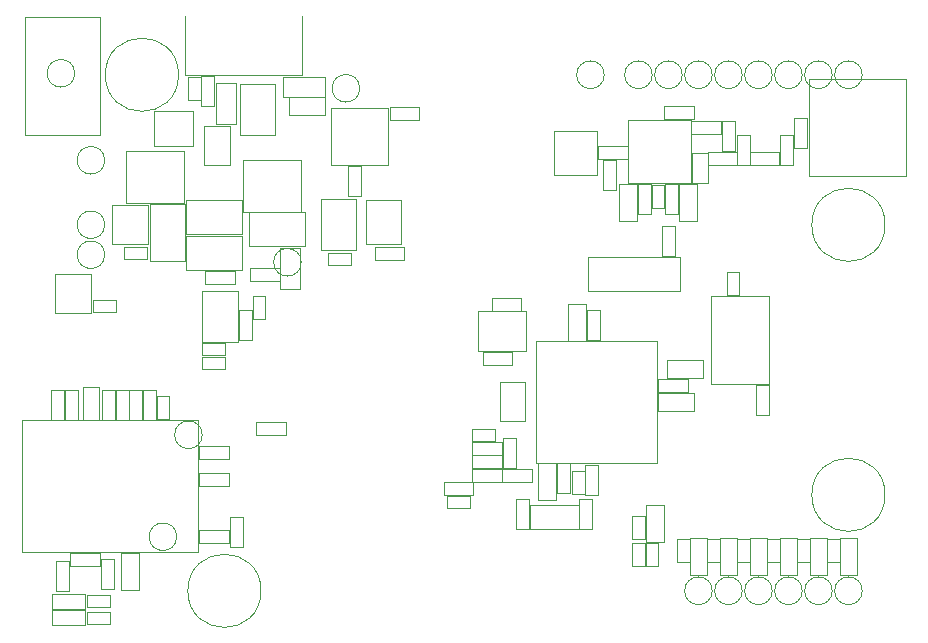
<source format=gbr>
G04 (created by PCBNEW (2013-07-07 BZR 4022)-stable) date 10/26/2016 12:18:13 AM*
%MOIN*%
G04 Gerber Fmt 3.4, Leading zero omitted, Abs format*
%FSLAX34Y34*%
G01*
G70*
G90*
G04 APERTURE LIST*
%ADD10C,0.00590551*%
%ADD11C,0.002*%
%ADD12C,0.0019685*%
G04 APERTURE END LIST*
G54D10*
G54D11*
X83674Y-44375D02*
X83674Y-41124D01*
X83674Y-41124D02*
X86925Y-41124D01*
X86925Y-41124D02*
X86925Y-44375D01*
X86925Y-44375D02*
X83674Y-44375D01*
X86220Y-46000D02*
G75*
G03X86220Y-46000I-1220J0D01*
G74*
G01*
X65420Y-58200D02*
G75*
G03X65420Y-58200I-1220J0D01*
G74*
G01*
X62670Y-41000D02*
G75*
G03X62670Y-41000I-1220J0D01*
G74*
G01*
X86220Y-55000D02*
G75*
G03X86220Y-55000I-1220J0D01*
G74*
G01*
G54D12*
X64835Y-43835D02*
X66764Y-43835D01*
X66764Y-43835D02*
X66764Y-45564D01*
X66764Y-45564D02*
X64835Y-45564D01*
X64835Y-45564D02*
X64835Y-43835D01*
X60935Y-43535D02*
X62864Y-43535D01*
X62864Y-43535D02*
X62864Y-45264D01*
X62864Y-45264D02*
X60935Y-45264D01*
X60935Y-45264D02*
X60935Y-43535D01*
G54D11*
X64342Y-56616D02*
X63357Y-56616D01*
X63357Y-56616D02*
X63357Y-56183D01*
X63357Y-56183D02*
X64342Y-56183D01*
X64342Y-56183D02*
X64342Y-56616D01*
X58448Y-58844D02*
X59551Y-58844D01*
X59551Y-58844D02*
X59551Y-59355D01*
X59551Y-59355D02*
X58448Y-59355D01*
X58448Y-59355D02*
X58448Y-58844D01*
X58448Y-58294D02*
X59551Y-58294D01*
X59551Y-58294D02*
X59551Y-58805D01*
X59551Y-58805D02*
X58448Y-58805D01*
X58448Y-58805D02*
X58448Y-58294D01*
G54D12*
X64584Y-41261D02*
X64584Y-42638D01*
X64584Y-42638D02*
X63915Y-42638D01*
X63915Y-42638D02*
X63915Y-41261D01*
X63915Y-41261D02*
X64584Y-41261D01*
X66161Y-41065D02*
X67538Y-41065D01*
X67538Y-41065D02*
X67538Y-41734D01*
X67538Y-41734D02*
X66161Y-41734D01*
X66161Y-41734D02*
X66161Y-41065D01*
X66734Y-46761D02*
X66734Y-48138D01*
X66734Y-48138D02*
X66065Y-48138D01*
X66065Y-48138D02*
X66065Y-46761D01*
X66065Y-46761D02*
X66734Y-46761D01*
G54D11*
X76628Y-44328D02*
X75171Y-44328D01*
X75171Y-44328D02*
X75171Y-42871D01*
X75171Y-42871D02*
X76628Y-42871D01*
X76628Y-42871D02*
X76628Y-44328D01*
G54D12*
X74257Y-48880D02*
X74257Y-50219D01*
X74257Y-50219D02*
X72642Y-50219D01*
X72642Y-50219D02*
X72642Y-48880D01*
X72642Y-48880D02*
X74257Y-48880D01*
G54D11*
X76007Y-56153D02*
X74392Y-56153D01*
X74392Y-56153D02*
X74392Y-55346D01*
X74392Y-55346D02*
X76007Y-55346D01*
X76007Y-55346D02*
X76007Y-56153D01*
X63503Y-42700D02*
X64396Y-42700D01*
X63503Y-43999D02*
X63503Y-42700D01*
X64396Y-43999D02*
X63503Y-43999D01*
X64396Y-42700D02*
X64396Y-43999D01*
X79743Y-44593D02*
X77656Y-44593D01*
X77656Y-44593D02*
X77656Y-42506D01*
X77656Y-42506D02*
X79743Y-42506D01*
X79743Y-42506D02*
X79743Y-44597D01*
G54D12*
X76304Y-47079D02*
X79395Y-47079D01*
X79395Y-47079D02*
X79395Y-48220D01*
X79395Y-48220D02*
X76304Y-48220D01*
X76304Y-48220D02*
X76304Y-47079D01*
G54D11*
X70080Y-45171D02*
X70080Y-46628D01*
X70080Y-46628D02*
X68919Y-46628D01*
X68919Y-46628D02*
X68919Y-45171D01*
X68919Y-45171D02*
X70080Y-45171D01*
X82366Y-48383D02*
X82366Y-51316D01*
X82366Y-51316D02*
X80433Y-51316D01*
X80433Y-51316D02*
X80433Y-48383D01*
X80433Y-48383D02*
X82366Y-48383D01*
X64644Y-48193D02*
X64644Y-49906D01*
X64644Y-49906D02*
X63455Y-49906D01*
X63455Y-49906D02*
X63455Y-48193D01*
X63455Y-48193D02*
X64644Y-48193D01*
X64705Y-43006D02*
X64705Y-41293D01*
X64705Y-41293D02*
X65894Y-41293D01*
X65894Y-41293D02*
X65894Y-43006D01*
X65894Y-43006D02*
X64705Y-43006D01*
X68594Y-45143D02*
X68594Y-46856D01*
X68594Y-46856D02*
X67405Y-46856D01*
X67405Y-46856D02*
X67405Y-45143D01*
X67405Y-45143D02*
X68594Y-45143D01*
X61850Y-43390D02*
X63149Y-43390D01*
X63149Y-43390D02*
X63149Y-42209D01*
X63149Y-42209D02*
X61850Y-42209D01*
X61850Y-42209D02*
X61850Y-43390D01*
X61640Y-46649D02*
X61640Y-45350D01*
X61640Y-45350D02*
X60459Y-45350D01*
X60459Y-45350D02*
X60459Y-46649D01*
X60459Y-46649D02*
X61640Y-46649D01*
X59740Y-48949D02*
X59740Y-47650D01*
X59740Y-47650D02*
X58559Y-47650D01*
X58559Y-47650D02*
X58559Y-48949D01*
X58559Y-48949D02*
X59740Y-48949D01*
X77266Y-43857D02*
X77266Y-44842D01*
X77266Y-44842D02*
X76833Y-44842D01*
X76833Y-44842D02*
X76833Y-43857D01*
X76833Y-43857D02*
X77266Y-43857D01*
X82733Y-43992D02*
X82733Y-43007D01*
X82733Y-43007D02*
X83166Y-43007D01*
X83166Y-43007D02*
X83166Y-43992D01*
X83166Y-43992D02*
X82733Y-43992D01*
X81283Y-43992D02*
X81283Y-43007D01*
X81283Y-43007D02*
X81716Y-43007D01*
X81716Y-43007D02*
X81716Y-43992D01*
X81716Y-43992D02*
X81283Y-43992D01*
X77642Y-43816D02*
X76657Y-43816D01*
X76657Y-43816D02*
X76657Y-43383D01*
X76657Y-43383D02*
X77642Y-43383D01*
X77642Y-43383D02*
X77642Y-43816D01*
X83616Y-42457D02*
X83616Y-43442D01*
X83616Y-43442D02*
X83183Y-43442D01*
X83183Y-43442D02*
X83183Y-42457D01*
X83183Y-42457D02*
X83616Y-42457D01*
X82692Y-44016D02*
X81707Y-44016D01*
X81707Y-44016D02*
X81707Y-43583D01*
X81707Y-43583D02*
X82692Y-43583D01*
X82692Y-43583D02*
X82692Y-44016D01*
X81460Y-41000D02*
G75*
G03X81460Y-41000I-460J0D01*
G74*
G01*
X83460Y-41000D02*
G75*
G03X83460Y-41000I-460J0D01*
G74*
G01*
X84460Y-41000D02*
G75*
G03X84460Y-41000I-460J0D01*
G74*
G01*
X68710Y-41450D02*
G75*
G03X68710Y-41450I-460J0D01*
G74*
G01*
X85460Y-41000D02*
G75*
G03X85460Y-41000I-460J0D01*
G74*
G01*
X85460Y-58200D02*
G75*
G03X85460Y-58200I-460J0D01*
G74*
G01*
X84460Y-58200D02*
G75*
G03X84460Y-58200I-460J0D01*
G74*
G01*
X83460Y-58200D02*
G75*
G03X83460Y-58200I-460J0D01*
G74*
G01*
X82460Y-58200D02*
G75*
G03X82460Y-58200I-460J0D01*
G74*
G01*
X81460Y-58200D02*
G75*
G03X81460Y-58200I-460J0D01*
G74*
G01*
X80460Y-58200D02*
G75*
G03X80460Y-58200I-460J0D01*
G74*
G01*
X66760Y-47250D02*
G75*
G03X66760Y-47250I-460J0D01*
G74*
G01*
X60210Y-46000D02*
G75*
G03X60210Y-46000I-460J0D01*
G74*
G01*
X80460Y-41000D02*
G75*
G03X80460Y-41000I-460J0D01*
G74*
G01*
X82460Y-41000D02*
G75*
G03X82460Y-41000I-460J0D01*
G74*
G01*
X79460Y-41000D02*
G75*
G03X79460Y-41000I-460J0D01*
G74*
G01*
X63460Y-53000D02*
G75*
G03X63460Y-53000I-460J0D01*
G74*
G01*
X62610Y-56400D02*
G75*
G03X62610Y-56400I-460J0D01*
G74*
G01*
X76860Y-41000D02*
G75*
G03X76860Y-41000I-460J0D01*
G74*
G01*
X78460Y-41000D02*
G75*
G03X78460Y-41000I-460J0D01*
G74*
G01*
X60210Y-47000D02*
G75*
G03X60210Y-47000I-460J0D01*
G74*
G01*
X59210Y-40950D02*
G75*
G03X59210Y-40950I-460J0D01*
G74*
G01*
X60210Y-43850D02*
G75*
G03X60210Y-43850I-460J0D01*
G74*
G01*
X59816Y-48493D02*
X60583Y-48493D01*
X60583Y-48493D02*
X60583Y-48906D01*
X60583Y-48906D02*
X59816Y-48906D01*
X59816Y-48906D02*
X59816Y-48493D01*
G54D12*
X78639Y-51604D02*
X79860Y-51604D01*
X79860Y-51604D02*
X79860Y-52195D01*
X79860Y-52195D02*
X78639Y-52195D01*
X78639Y-52195D02*
X78639Y-51604D01*
G54D11*
X62870Y-45305D02*
X62870Y-47194D01*
X62870Y-47194D02*
X61729Y-47194D01*
X61729Y-47194D02*
X61729Y-45305D01*
X61729Y-45305D02*
X62870Y-45305D01*
X73376Y-52549D02*
X73376Y-51250D01*
X73376Y-51250D02*
X74223Y-51250D01*
X74223Y-51250D02*
X74223Y-52549D01*
X74223Y-52549D02*
X73376Y-52549D01*
X60866Y-46743D02*
X61633Y-46743D01*
X61633Y-46743D02*
X61633Y-47156D01*
X61633Y-47156D02*
X60866Y-47156D01*
X60866Y-47156D02*
X60866Y-46743D01*
X63557Y-47533D02*
X64542Y-47533D01*
X64542Y-47533D02*
X64542Y-47966D01*
X64542Y-47966D02*
X63557Y-47966D01*
X63557Y-47966D02*
X63557Y-47533D01*
X82366Y-51357D02*
X82366Y-52342D01*
X82366Y-52342D02*
X81933Y-52342D01*
X81933Y-52342D02*
X81933Y-51357D01*
X81933Y-51357D02*
X82366Y-51357D01*
X62905Y-45179D02*
X64794Y-45179D01*
X64794Y-45179D02*
X64794Y-46320D01*
X64794Y-46320D02*
X62905Y-46320D01*
X62905Y-46320D02*
X62905Y-45179D01*
G54D12*
X83295Y-56439D02*
X83295Y-57660D01*
X83295Y-57660D02*
X82704Y-57660D01*
X82704Y-57660D02*
X82704Y-56439D01*
X82704Y-56439D02*
X83295Y-56439D01*
X85295Y-56439D02*
X85295Y-57660D01*
X85295Y-57660D02*
X84704Y-57660D01*
X84704Y-57660D02*
X84704Y-56439D01*
X84704Y-56439D02*
X85295Y-56439D01*
X82295Y-56439D02*
X82295Y-57660D01*
X82295Y-57660D02*
X81704Y-57660D01*
X81704Y-57660D02*
X81704Y-56439D01*
X81704Y-56439D02*
X82295Y-56439D01*
X81295Y-56439D02*
X81295Y-57660D01*
X81295Y-57660D02*
X80704Y-57660D01*
X80704Y-57660D02*
X80704Y-56439D01*
X80704Y-56439D02*
X81295Y-56439D01*
X80295Y-56439D02*
X80295Y-57660D01*
X80295Y-57660D02*
X79704Y-57660D01*
X79704Y-57660D02*
X79704Y-56439D01*
X79704Y-56439D02*
X80295Y-56439D01*
X78845Y-55339D02*
X78845Y-56560D01*
X78845Y-56560D02*
X78254Y-56560D01*
X78254Y-56560D02*
X78254Y-55339D01*
X78254Y-55339D02*
X78845Y-55339D01*
X84295Y-56439D02*
X84295Y-57660D01*
X84295Y-57660D02*
X83704Y-57660D01*
X83704Y-57660D02*
X83704Y-56439D01*
X83704Y-56439D02*
X84295Y-56439D01*
X77354Y-45860D02*
X77354Y-44639D01*
X77354Y-44639D02*
X77945Y-44639D01*
X77945Y-44639D02*
X77945Y-45860D01*
X77945Y-45860D02*
X77354Y-45860D01*
X79354Y-45860D02*
X79354Y-44639D01*
X79354Y-44639D02*
X79945Y-44639D01*
X79945Y-44639D02*
X79945Y-45860D01*
X79945Y-45860D02*
X79354Y-45860D01*
X75245Y-53939D02*
X75245Y-55160D01*
X75245Y-55160D02*
X74654Y-55160D01*
X74654Y-55160D02*
X74654Y-53939D01*
X74654Y-53939D02*
X75245Y-53939D01*
X78939Y-50504D02*
X80160Y-50504D01*
X80160Y-50504D02*
X80160Y-51095D01*
X80160Y-51095D02*
X78939Y-51095D01*
X78939Y-51095D02*
X78939Y-50504D01*
X75654Y-49860D02*
X75654Y-48639D01*
X75654Y-48639D02*
X76245Y-48639D01*
X76245Y-48639D02*
X76245Y-49860D01*
X76245Y-49860D02*
X75654Y-49860D01*
X67560Y-42345D02*
X66339Y-42345D01*
X66339Y-42345D02*
X66339Y-41754D01*
X66339Y-41754D02*
X67560Y-41754D01*
X67560Y-41754D02*
X67560Y-42345D01*
X61345Y-56939D02*
X61345Y-58160D01*
X61345Y-58160D02*
X60754Y-58160D01*
X60754Y-58160D02*
X60754Y-56939D01*
X60754Y-56939D02*
X61345Y-56939D01*
G54D11*
X64342Y-54716D02*
X63357Y-54716D01*
X63357Y-54716D02*
X63357Y-54283D01*
X63357Y-54283D02*
X64342Y-54283D01*
X64342Y-54283D02*
X64342Y-54716D01*
G54D12*
X57559Y-43018D02*
X57559Y-39081D01*
X57559Y-39081D02*
X60040Y-39081D01*
X60040Y-39081D02*
X60040Y-43018D01*
X60040Y-43018D02*
X57559Y-43018D01*
G54D11*
X80742Y-42966D02*
X79757Y-42966D01*
X79757Y-42966D02*
X79757Y-42533D01*
X79757Y-42533D02*
X80742Y-42533D01*
X80742Y-42533D02*
X80742Y-42966D01*
X81292Y-44016D02*
X80307Y-44016D01*
X80307Y-44016D02*
X80307Y-43583D01*
X80307Y-43583D02*
X81292Y-43583D01*
X81292Y-43583D02*
X81292Y-44016D01*
X78783Y-47042D02*
X78783Y-46057D01*
X78783Y-46057D02*
X79216Y-46057D01*
X79216Y-46057D02*
X79216Y-47042D01*
X79216Y-47042D02*
X78783Y-47042D01*
X66242Y-53016D02*
X65257Y-53016D01*
X65257Y-53016D02*
X65257Y-52583D01*
X65257Y-52583D02*
X66242Y-52583D01*
X66242Y-52583D02*
X66242Y-53016D01*
X64342Y-53816D02*
X63357Y-53816D01*
X63357Y-53816D02*
X63357Y-53383D01*
X63357Y-53383D02*
X64342Y-53383D01*
X64342Y-53383D02*
X64342Y-53816D01*
X66042Y-47866D02*
X65057Y-47866D01*
X65057Y-47866D02*
X65057Y-47433D01*
X65057Y-47433D02*
X66042Y-47433D01*
X66042Y-47433D02*
X66042Y-47866D01*
X64683Y-49842D02*
X64683Y-48857D01*
X64683Y-48857D02*
X65116Y-48857D01*
X65116Y-48857D02*
X65116Y-49842D01*
X65116Y-49842D02*
X64683Y-49842D01*
X77983Y-45642D02*
X77983Y-44657D01*
X77983Y-44657D02*
X78416Y-44657D01*
X78416Y-44657D02*
X78416Y-45642D01*
X78416Y-45642D02*
X77983Y-45642D01*
X64383Y-56742D02*
X64383Y-55757D01*
X64383Y-55757D02*
X64816Y-55757D01*
X64816Y-55757D02*
X64816Y-56742D01*
X64816Y-56742D02*
X64383Y-56742D01*
X71507Y-54583D02*
X72492Y-54583D01*
X72492Y-54583D02*
X72492Y-55016D01*
X72492Y-55016D02*
X71507Y-55016D01*
X71507Y-55016D02*
X71507Y-54583D01*
X73933Y-56142D02*
X73933Y-55157D01*
X73933Y-55157D02*
X74366Y-55157D01*
X74366Y-55157D02*
X74366Y-56142D01*
X74366Y-56142D02*
X73933Y-56142D01*
X76033Y-56142D02*
X76033Y-55157D01*
X76033Y-55157D02*
X76466Y-55157D01*
X76466Y-55157D02*
X76466Y-56142D01*
X76466Y-56142D02*
X76033Y-56142D01*
X72807Y-50233D02*
X73792Y-50233D01*
X73792Y-50233D02*
X73792Y-50666D01*
X73792Y-50666D02*
X72807Y-50666D01*
X72807Y-50666D02*
X72807Y-50233D01*
X74092Y-48866D02*
X73107Y-48866D01*
X73107Y-48866D02*
X73107Y-48433D01*
X73107Y-48433D02*
X74092Y-48433D01*
X74092Y-48433D02*
X74092Y-48866D01*
X73442Y-53666D02*
X72457Y-53666D01*
X72457Y-53666D02*
X72457Y-53233D01*
X72457Y-53233D02*
X73442Y-53233D01*
X73442Y-53233D02*
X73442Y-53666D01*
X73916Y-53107D02*
X73916Y-54092D01*
X73916Y-54092D02*
X73483Y-54092D01*
X73483Y-54092D02*
X73483Y-53107D01*
X73483Y-53107D02*
X73916Y-53107D01*
X73442Y-54116D02*
X72457Y-54116D01*
X72457Y-54116D02*
X72457Y-53683D01*
X72457Y-53683D02*
X73442Y-53683D01*
X73442Y-53683D02*
X73442Y-54116D01*
X75716Y-53957D02*
X75716Y-54942D01*
X75716Y-54942D02*
X75283Y-54942D01*
X75283Y-54942D02*
X75283Y-53957D01*
X75283Y-53957D02*
X75716Y-53957D01*
X78657Y-51133D02*
X79642Y-51133D01*
X79642Y-51133D02*
X79642Y-51566D01*
X79642Y-51566D02*
X78657Y-51566D01*
X78657Y-51566D02*
X78657Y-51133D01*
X76283Y-49842D02*
X76283Y-48857D01*
X76283Y-48857D02*
X76716Y-48857D01*
X76716Y-48857D02*
X76716Y-49842D01*
X76716Y-49842D02*
X76283Y-49842D01*
X70192Y-47166D02*
X69207Y-47166D01*
X69207Y-47166D02*
X69207Y-46733D01*
X69207Y-46733D02*
X70192Y-46733D01*
X70192Y-46733D02*
X70192Y-47166D01*
X73442Y-54566D02*
X72457Y-54566D01*
X72457Y-54566D02*
X72457Y-54133D01*
X72457Y-54133D02*
X73442Y-54133D01*
X73442Y-54133D02*
X73442Y-54566D01*
X69707Y-42083D02*
X70692Y-42083D01*
X70692Y-42083D02*
X70692Y-42516D01*
X70692Y-42516D02*
X69707Y-42516D01*
X69707Y-42516D02*
X69707Y-42083D01*
X68766Y-44057D02*
X68766Y-45042D01*
X68766Y-45042D02*
X68333Y-45042D01*
X68333Y-45042D02*
X68333Y-44057D01*
X68333Y-44057D02*
X68766Y-44057D01*
X78883Y-45642D02*
X78883Y-44657D01*
X78883Y-44657D02*
X79316Y-44657D01*
X79316Y-44657D02*
X79316Y-45642D01*
X79316Y-45642D02*
X78883Y-45642D01*
X63866Y-41057D02*
X63866Y-42042D01*
X63866Y-42042D02*
X63433Y-42042D01*
X63433Y-42042D02*
X63433Y-41057D01*
X63433Y-41057D02*
X63866Y-41057D01*
X79842Y-42466D02*
X78857Y-42466D01*
X78857Y-42466D02*
X78857Y-42033D01*
X78857Y-42033D02*
X79842Y-42033D01*
X79842Y-42033D02*
X79842Y-42466D01*
X76666Y-54007D02*
X76666Y-54992D01*
X76666Y-54992D02*
X76233Y-54992D01*
X76233Y-54992D02*
X76233Y-54007D01*
X76233Y-54007D02*
X76666Y-54007D01*
X61916Y-51507D02*
X61916Y-52492D01*
X61916Y-52492D02*
X61483Y-52492D01*
X61483Y-52492D02*
X61483Y-51507D01*
X61483Y-51507D02*
X61916Y-51507D01*
X60566Y-51507D02*
X60566Y-52492D01*
X60566Y-52492D02*
X60133Y-52492D01*
X60133Y-52492D02*
X60133Y-51507D01*
X60133Y-51507D02*
X60566Y-51507D01*
X59057Y-56933D02*
X60042Y-56933D01*
X60042Y-56933D02*
X60042Y-57366D01*
X60042Y-57366D02*
X59057Y-57366D01*
X59057Y-57366D02*
X59057Y-56933D01*
X59316Y-51507D02*
X59316Y-52492D01*
X59316Y-52492D02*
X58883Y-52492D01*
X58883Y-52492D02*
X58883Y-51507D01*
X58883Y-51507D02*
X59316Y-51507D01*
X84293Y-57233D02*
X84293Y-56466D01*
X84293Y-56466D02*
X84706Y-56466D01*
X84706Y-56466D02*
X84706Y-57233D01*
X84706Y-57233D02*
X84293Y-57233D01*
X61943Y-52483D02*
X61943Y-51716D01*
X61943Y-51716D02*
X62356Y-51716D01*
X62356Y-51716D02*
X62356Y-52483D01*
X62356Y-52483D02*
X61943Y-52483D01*
X83293Y-57233D02*
X83293Y-56466D01*
X83293Y-56466D02*
X83706Y-56466D01*
X83706Y-56466D02*
X83706Y-57233D01*
X83706Y-57233D02*
X83293Y-57233D01*
X82293Y-57233D02*
X82293Y-56466D01*
X82293Y-56466D02*
X82706Y-56466D01*
X82706Y-56466D02*
X82706Y-57233D01*
X82706Y-57233D02*
X82293Y-57233D01*
X81293Y-57233D02*
X81293Y-56466D01*
X81293Y-56466D02*
X81706Y-56466D01*
X81706Y-56466D02*
X81706Y-57233D01*
X81706Y-57233D02*
X81293Y-57233D01*
X80293Y-57233D02*
X80293Y-56466D01*
X80293Y-56466D02*
X80706Y-56466D01*
X80706Y-56466D02*
X80706Y-57233D01*
X80706Y-57233D02*
X80293Y-57233D01*
X79293Y-57233D02*
X79293Y-56466D01*
X79293Y-56466D02*
X79706Y-56466D01*
X79706Y-56466D02*
X79706Y-57233D01*
X79706Y-57233D02*
X79293Y-57233D01*
X77793Y-57383D02*
X77793Y-56616D01*
X77793Y-56616D02*
X78206Y-56616D01*
X78206Y-56616D02*
X78206Y-57383D01*
X78206Y-57383D02*
X77793Y-57383D01*
X78656Y-56616D02*
X78656Y-57383D01*
X78656Y-57383D02*
X78243Y-57383D01*
X78243Y-57383D02*
X78243Y-56616D01*
X78243Y-56616D02*
X78656Y-56616D01*
X75793Y-54983D02*
X75793Y-54216D01*
X75793Y-54216D02*
X76206Y-54216D01*
X76206Y-54216D02*
X76206Y-54983D01*
X76206Y-54983D02*
X75793Y-54983D01*
X80943Y-48333D02*
X80943Y-47566D01*
X80943Y-47566D02*
X81356Y-47566D01*
X81356Y-47566D02*
X81356Y-48333D01*
X81356Y-48333D02*
X80943Y-48333D01*
X78856Y-44666D02*
X78856Y-45433D01*
X78856Y-45433D02*
X78443Y-45433D01*
X78443Y-45433D02*
X78443Y-44666D01*
X78443Y-44666D02*
X78856Y-44666D01*
X60383Y-59306D02*
X59616Y-59306D01*
X59616Y-59306D02*
X59616Y-58893D01*
X59616Y-58893D02*
X60383Y-58893D01*
X60383Y-58893D02*
X60383Y-59306D01*
X62993Y-41833D02*
X62993Y-41066D01*
X62993Y-41066D02*
X63406Y-41066D01*
X63406Y-41066D02*
X63406Y-41833D01*
X63406Y-41833D02*
X62993Y-41833D01*
X60383Y-58756D02*
X59616Y-58756D01*
X59616Y-58756D02*
X59616Y-58343D01*
X59616Y-58343D02*
X60383Y-58343D01*
X60383Y-58343D02*
X60383Y-58756D01*
X72383Y-55456D02*
X71616Y-55456D01*
X71616Y-55456D02*
X71616Y-55043D01*
X71616Y-55043D02*
X72383Y-55043D01*
X72383Y-55043D02*
X72383Y-55456D01*
X68433Y-47356D02*
X67666Y-47356D01*
X67666Y-47356D02*
X67666Y-46943D01*
X67666Y-46943D02*
X68433Y-46943D01*
X68433Y-46943D02*
X68433Y-47356D01*
X63466Y-49943D02*
X64233Y-49943D01*
X64233Y-49943D02*
X64233Y-50356D01*
X64233Y-50356D02*
X63466Y-50356D01*
X63466Y-50356D02*
X63466Y-49943D01*
X73233Y-53206D02*
X72466Y-53206D01*
X72466Y-53206D02*
X72466Y-52793D01*
X72466Y-52793D02*
X73233Y-52793D01*
X73233Y-52793D02*
X73233Y-53206D01*
X64233Y-50806D02*
X63466Y-50806D01*
X63466Y-50806D02*
X63466Y-50393D01*
X63466Y-50393D02*
X64233Y-50393D01*
X64233Y-50393D02*
X64233Y-50806D01*
X58433Y-52492D02*
X58433Y-51507D01*
X58433Y-51507D02*
X58866Y-51507D01*
X58866Y-51507D02*
X58866Y-52492D01*
X58866Y-52492D02*
X58433Y-52492D01*
X60516Y-57157D02*
X60516Y-58142D01*
X60516Y-58142D02*
X60083Y-58142D01*
X60083Y-58142D02*
X60083Y-57157D01*
X60083Y-57157D02*
X60516Y-57157D01*
X59016Y-57207D02*
X59016Y-58192D01*
X59016Y-58192D02*
X58583Y-58192D01*
X58583Y-58192D02*
X58583Y-57207D01*
X58583Y-57207D02*
X59016Y-57207D01*
X61033Y-52492D02*
X61033Y-51507D01*
X61033Y-51507D02*
X61466Y-51507D01*
X61466Y-51507D02*
X61466Y-52492D01*
X61466Y-52492D02*
X61033Y-52492D01*
X60583Y-52492D02*
X60583Y-51507D01*
X60583Y-51507D02*
X61016Y-51507D01*
X61016Y-51507D02*
X61016Y-52492D01*
X61016Y-52492D02*
X60583Y-52492D01*
X80783Y-43542D02*
X80783Y-42557D01*
X80783Y-42557D02*
X81216Y-42557D01*
X81216Y-42557D02*
X81216Y-43542D01*
X81216Y-43542D02*
X80783Y-43542D01*
X73457Y-54133D02*
X74442Y-54133D01*
X74442Y-54133D02*
X74442Y-54566D01*
X74442Y-54566D02*
X73457Y-54566D01*
X73457Y-54566D02*
X73457Y-54133D01*
X62905Y-46379D02*
X64794Y-46379D01*
X64794Y-46379D02*
X64794Y-47520D01*
X64794Y-47520D02*
X62905Y-47520D01*
X62905Y-47520D02*
X62905Y-46379D01*
X66894Y-46720D02*
X65005Y-46720D01*
X65005Y-46720D02*
X65005Y-45579D01*
X65005Y-45579D02*
X66894Y-45579D01*
X66894Y-45579D02*
X66894Y-46720D01*
X77793Y-56483D02*
X77793Y-55716D01*
X77793Y-55716D02*
X78206Y-55716D01*
X78206Y-55716D02*
X78206Y-56483D01*
X78206Y-56483D02*
X77793Y-56483D01*
X67755Y-42105D02*
X69644Y-42105D01*
X69644Y-42105D02*
X69644Y-43994D01*
X67755Y-43994D02*
X67755Y-42105D01*
X69644Y-43994D02*
X67755Y-43994D01*
X62901Y-39127D02*
X62901Y-39029D01*
X66798Y-39127D02*
X66798Y-39029D01*
X66798Y-39127D02*
X66798Y-41017D01*
X62901Y-39127D02*
X62901Y-41017D01*
X62901Y-41017D02*
X66798Y-41017D01*
G54D12*
X63333Y-52507D02*
X63333Y-56892D01*
X63333Y-52507D02*
X57466Y-52507D01*
X63333Y-56892D02*
X57466Y-56892D01*
X57466Y-52507D02*
X57466Y-56892D01*
G54D11*
X65556Y-48366D02*
X65556Y-49133D01*
X65556Y-49133D02*
X65143Y-49133D01*
X65143Y-49133D02*
X65143Y-48366D01*
X65143Y-48366D02*
X65556Y-48366D01*
G54D12*
X78627Y-53927D02*
X74572Y-53927D01*
X74572Y-53927D02*
X74572Y-49872D01*
X74572Y-49872D02*
X78627Y-49872D01*
X78627Y-49872D02*
X78627Y-53927D01*
G54D11*
X59494Y-52501D02*
X59494Y-51398D01*
X59494Y-51398D02*
X60005Y-51398D01*
X60005Y-51398D02*
X60005Y-52501D01*
X60005Y-52501D02*
X59494Y-52501D01*
G54D12*
X79786Y-44607D02*
X79786Y-43592D01*
X79786Y-43592D02*
X80313Y-43592D01*
X80313Y-43592D02*
X80313Y-44607D01*
X80313Y-44607D02*
X79786Y-44607D01*
M02*

</source>
